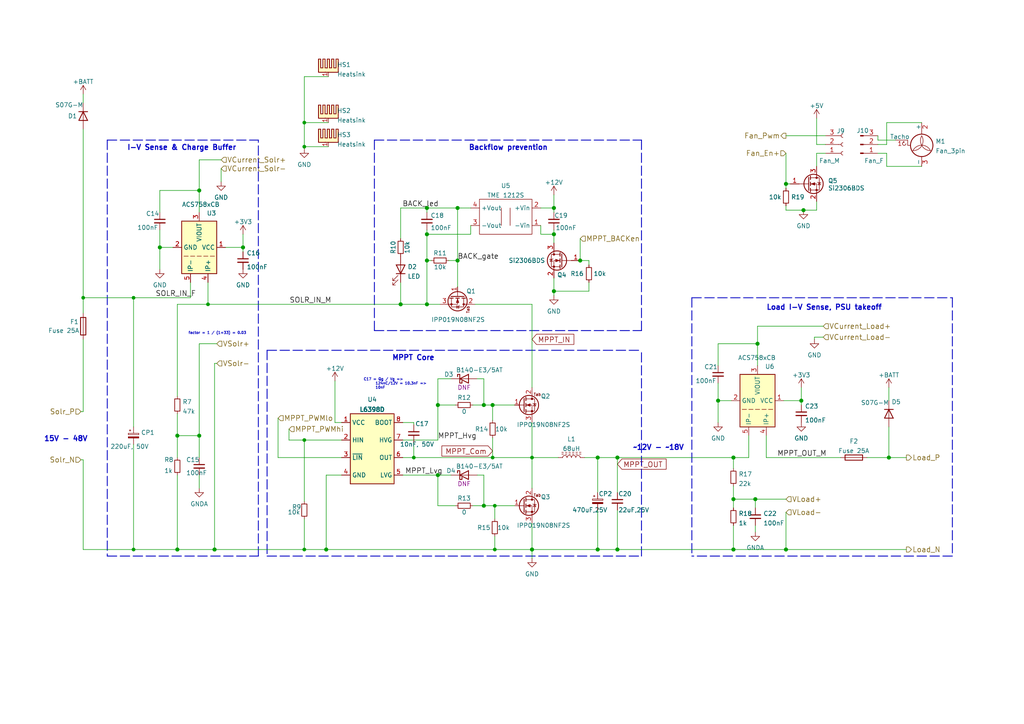
<source format=kicad_sch>
(kicad_sch (version 20211123) (generator eeschema)
  (paper "A4")
  (title_block (title "SolarPump v3") (date "2021-11-15") (rev "1.0") (company "IvimeyCom"))
  (lib_symbols
    (symbol "Connector:Conn_01x03_Female" (pin_names (offset 1.016) hide)
      (property "Reference" "J" (at 0 5.08 0))
      (property "Value" "Conn_01x03_Female" (at 0 -5.08 0))
      (symbol "Conn_01x03_Female_1_1"
        (pin passive line (at -5.08 2.54 0) (length 3.81) (name "Pin_1") (number "1"))
        (pin passive line (at -5.08 0 0) (length 3.81) (name "Pin_2") (number "2"))
        (pin passive line (at -5.08 -2.54 0) (length 3.81) (name "Pin_3") (number "3"))
      )
    )
    (symbol "Connector:Conn_01x03_Male" (pin_names (offset 1.016) hide)
      (property "Reference" "J" (at 0 5.08 0))
      (property "Value" "Conn_01x03_Male" (at 0 -5.08 0))
      (symbol "Conn_01x03_Male_1_1"
        (pin passive line (at 5.08 2.54 180) (length 3.81) (name "Pin_1") (number "1"))
        (pin passive line (at 5.08 0 180) (length 3.81) (name "Pin_2") (number "2"))
        (pin passive line (at 5.08 -2.54 180) (length 3.81) (name "Pin_3") (number "3"))
      )
    )
    (symbol "Device:C_Polarized_Small" (pin_numbers hide) (pin_names (offset 0.254) hide)
      (property "Reference" "C" (at 0.254 1.778 0))
      (property "Value" "C_Polarized_Small" (at 0.254 -2.032 0))
      (symbol "C_Polarized_Small_1_1"
        (pin passive line (at 0 2.54 270) (length 1.8542) (name "~") (number "1"))
        (pin passive line (at 0 -2.54 90) (length 1.8542) (name "~") (number "2"))
      )
    )
    (symbol "Device:C_Small" (pin_numbers hide) (pin_names (offset 0.254) hide)
      (property "Reference" "C" (at 0.254 1.778 0))
      (property "Value" "C_Small" (at 0.254 -2.032 0))
      (symbol "C_Small_1_1"
        (pin passive line (at 0 2.54 270) (length 2.032) (name "~") (number "1"))
        (pin passive line (at 0 -2.54 90) (length 2.032) (name "~") (number "2"))
      )
    )
    (symbol "Device:D_Schottky" (pin_numbers hide) (pin_names (offset 1.016) hide)
      (property "Reference" "D" (at 0 2.54 0))
      (property "Value" "D_Schottky" (at 0 -2.54 0))
      (symbol "D_Schottky_1_1"
        (pin passive line (at -3.81 0 0) (length 2.54) (name "K") (number "1"))
        (pin passive line (at 3.81 0 180) (length 2.54) (name "A") (number "2"))
      )
    )
    (symbol "Device:Fuse" (pin_numbers hide) (pin_names (offset 0))
      (property "Reference" "F" (at 2.032 0 90))
      (property "Value" "Fuse" (at -1.905 0 90))
      (symbol "Fuse_1_1"
        (pin passive line (at 0 3.81 270) (length 1.27) (name "~") (number "1"))
        (pin passive line (at 0 -3.81 90) (length 1.27) (name "~") (number "2"))
      )
    )
    (symbol "Device:LED" (pin_numbers hide) (pin_names (offset 1.016) hide)
      (property "Reference" "D" (at 0 2.54 0))
      (property "Value" "LED" (at 0 -2.54 0))
      (symbol "LED_1_1"
        (pin passive line (at -3.81 0 0) (length 2.54) (name "K") (number "1"))
        (pin passive line (at 3.81 0 180) (length 2.54) (name "A") (number "2"))
      )
    )
    (symbol "Device:L_Ferrite" (pin_numbers hide) (pin_names (offset 1.016) hide)
      (property "Reference" "L" (at -1.27 0 90))
      (property "Value" "L_Ferrite" (at 2.794 0 90))
      (symbol "L_Ferrite_1_1"
        (pin passive line (at 0 3.81 270) (length 1.27) (name "1") (number "1"))
        (pin passive line (at 0 -3.81 90) (length 1.27) (name "2") (number "2"))
      )
    )
    (symbol "Device:R_Small" (pin_numbers hide) (pin_names (offset 0.254) hide)
      (property "Reference" "R" (at 0.762 0.508 0))
      (property "Value" "R_Small" (at 0.762 -1.016 0))
      (symbol "R_Small_1_1"
        (pin passive line (at 0 2.54 270) (length 0.762) (name "~") (number "1"))
        (pin passive line (at 0 -2.54 90) (length 0.762) (name "~") (number "2"))
      )
    )
    (symbol "Diode:1N4007" (pin_numbers hide) (pin_names (offset 1.016) hide)
      (property "Reference" "D" (at 0 2.54 0))
      (property "Value" "1N4007" (at 0 -2.54 0))
      (symbol "1N4007_1_1"
        (pin passive line (at -3.81 0 0) (length 2.54) (name "K") (number "1"))
        (pin passive line (at 3.81 0 180) (length 2.54) (name "A") (number "2"))
      )
    )
    (symbol "IPP019N08NF2S_1" (pin_names hide)
      (property "Reference" "Q" (at 5.08 2.54 0))
      (property "Value" "IPP019N08NF2S_1" (at 5.08 0 0))
      (symbol "IPP019N08NF2S_1_0_0"
        (text "Tab" (at 4.064 3.048 0) (effects (font (size 0.8 0.8))))
      )
      (symbol "IPP019N08NF2S_1_1_1"
        (pin input line (at -2.54 0 0) (length 1.27) (name "G") (number "1"))
        (pin passive line (at 2.54 5.08 270) (length 2.54) (name "D") (number "2"))
        (pin passive line (at 2.54 -5.08 90) (length 2.54) (name "S") (number "3"))
      )
    )
    (symbol "IPP019N08NF2S_2" (pin_names hide)
      (property "Reference" "Q" (at 5.08 2.54 0))
      (property "Value" "IPP019N08NF2S_2" (at 5.08 0 0))
      (symbol "IPP019N08NF2S_2_0_0"
        (text "Tab" (at 4.064 3.048 0) (effects (font (size 0.8 0.8))))
      )
      (symbol "IPP019N08NF2S_2_1_1"
        (pin input line (at -2.54 0 0) (length 1.27) (name "G") (number "1"))
        (pin passive line (at 2.54 5.08 270) (length 2.54) (name "D") (number "2"))
        (pin passive line (at 2.54 -5.08 90) (length 2.54) (name "S") (number "3"))
      )
    )
    (symbol "Mechanical:Heatsink_Pad" (pin_names (offset 0))
      (property "Reference" "HS" (at 0 5.715 0))
      (property "Value" "Heatsink_Pad" (at 0 3.81 0))
      (symbol "Heatsink_Pad_1_1"
        (pin passive line (at 0 -2.54 90) (length 1.27) (name "~") (number "1"))
      )
    )
    (symbol "Motor:Fan_3pin" (pin_names (offset 0))
      (property "Reference" "M" (at 2.54 2.54 0))
      (property "Value" "Fan_3pin" (at 2.54 -5.08 0))
      (symbol "Fan_3pin_1_1"
        (pin passive line (at -7.62 0 0) (length 2.54) (name "Tacho") (number "1"))
        (pin passive line (at 0 5.08 270) (length 2.54) (name "+") (number "2"))
        (pin passive line (at 0 -7.62 90) (length 2.54) (name "-") (number "3"))
      )
    )
    (symbol "Sensor_Current:ACS758xCB-050B-PFF"
      (property "Reference" "U" (at -7.62 6.35 0))
      (property "Value" "ACS758xCB-050B-PFF" (at 2.54 6.35 0))
      (symbol "ACS758xCB-050B-PFF_1_1"
        (pin power_in line (at 0 7.62 270) (length 2.54) (name "VCC") (number "1"))
        (pin power_in line (at 0 -7.62 90) (length 2.54) (name "GND") (number "2"))
        (pin output line (at 10.16 0 180) (length 2.54) (name "VIOUT") (number "3"))
        (pin passive line (at -10.16 2.54 0) (length 2.54) (name "IP+") (number "4"))
        (pin passive line (at -10.16 -2.54 0) (length 2.54) (name "IP-") (number "5"))
      )
    )
    (symbol "power:+12V" (power) (pin_names (offset 0))
      (property "Value" "+12V" (at 0 3.556 0))
      (symbol "+12V_1_1"
        (pin power_in line (at 0 0 90) (length 0) hide (name "+12V") (number "1"))
      )
    )
    (symbol "power:+3V3" (power) (pin_names (offset 0))
      (property "Value" "+3V3" (at 0 3.556 0))
      (symbol "+3V3_1_1"
        (pin power_in line (at 0 0 90) (length 0) hide (name "+3V3") (number "1"))
      )
    )
    (symbol "power:+5V" (power) (pin_names (offset 0))
      (property "Value" "+5V" (at 0 3.556 0))
      (symbol "+5V_1_1"
        (pin power_in line (at 0 0 90) (length 0) hide (name "+5V") (number "1"))
      )
    )
    (symbol "power:+BATT" (power) (pin_names (offset 0))
      (property "Value" "+BATT" (at 0 3.556 0))
      (symbol "+BATT_1_1"
        (pin power_in line (at 0 0 90) (length 0) hide (name "+BATT") (number "1"))
      )
    )
    (symbol "power:GND" (power) (pin_names (offset 0))
      (property "Value" "GND" (at 0 -3.81 0))
      (symbol "GND_1_1"
        (pin power_in line (at 0 0 270) (length 0) hide (name "GND") (number "1"))
      )
    )
    (symbol "power:GNDA" (power) (pin_names (offset 0))
      (property "Value" "GNDA" (at 0 -3.81 0))
      (symbol "GNDA_1_1"
        (pin power_in line (at 0 0 270) (length 0) hide (name "GNDA") (number "1"))
      )
    )
    (symbol "solarpump:ITB1212S"
      (property "Reference" "U5" (at 0 8.9958 0))
      (property "Value" "TME 1212S" (at 0 6.2207 0))
      (symbol "ITB1212S_1_1"
        (pin input line (at -10.16 -2.54 0) (length 2.54) (name "-Vin") (number "1"))
        (pin input line (at -10.16 2.54 0) (length 2.54) (name "+Vin") (number "2"))
        (pin input line (at 10.16 -2.54 180) (length 2.54) (name "-Vout") (number "3"))
        (pin input line (at 10.16 2.54 180) (length 2.54) (name "+Vout") (number "4"))
      )
    )
    (symbol "solarpump:L6398D"
      (property "Reference" "U" (at 3.81 11.43 0))
      (property "Value" "L6398D" (at -2.54 11.43 0))
      (symbol "L6398D_1_1"
        (pin power_in line (at -8.89 7.62 0) (length 2.54) (name "VCC") (number "1"))
        (pin input line (at -8.89 2.54 0) (length 2.54) (name "HIN") (number "2"))
        (pin input line (at -8.89 -2.54 0) (length 2.54) (name "~{LIN}") (number "3"))
        (pin power_in line (at -8.89 -7.62 0) (length 2.54) (name "GND") (number "4"))
        (pin output line (at 8.89 -7.62 180) (length 2.54) (name "LVG") (number "5"))
        (pin passive line (at 8.89 -2.54 180) (length 2.54) (name "OUT") (number "6"))
        (pin output line (at 8.89 2.54 180) (length 2.54) (name "HVG") (number "7"))
        (pin passive line (at 8.89 7.62 180) (length 2.54) (name "BOOT") (number "8"))
      )
    )
    (symbol "solarpump:Si2306BDS" (pin_names hide)
      (property "Reference" "Q" (at 5.08 1.905 0))
      (property "Value" "Si2306BDS" (at 5.08 0 0))
      (symbol "Si2306BDS_1_1"
        (pin input line (at -5.08 0 0) (length 2.54) (name "G") (number "1"))
        (pin passive line (at 2.54 -5.08 90) (length 2.54) (name "S") (number "2"))
        (pin passive line (at 2.54 5.08 270) (length 2.54) (name "D") (number "3"))
      )
    )
  )
  (junction (at 232.41 116.205) (diameter 1.016))
  (junction (at 140.335 146.685) (diameter 1.016))
  (junction (at 257.81 132.715) (diameter 1.016))
  (junction (at 123.825 75.565) (diameter 1.016))
  (junction (at 38.735 86.36))
  (junction (at 88.265 42.545))
  (junction (at 212.725 132.715) (diameter 1.016))
  (junction (at 123.825 67.945) (diameter 1.016))
  (junction (at 173.355 132.715) (diameter 1.016))
  (junction (at 173.355 159.385) (diameter 1.016))
  (junction (at 127 117.475) (diameter 1.016))
  (junction (at 132.715 75.565) (diameter 1.016))
  (junction (at 140.335 117.475) (diameter 1.016))
  (junction (at 219.71 99.695) (diameter 1.016))
  (junction (at 219.075 144.78) (diameter 1.016))
  (junction (at 154.305 132.715))
  (junction (at 57.785 126.365) (diameter 1.016))
  (junction (at 127 137.795) (diameter 1.016))
  (junction (at 94.615 159.385) (diameter 1.016))
  (junction (at 142.875 117.475) (diameter 1.016))
  (junction (at 38.735 159.385))
  (junction (at 70.485 71.755) (diameter 1.016))
  (junction (at 208.28 116.205) (diameter 1.016))
  (junction (at 123.825 88.265) (diameter 1.016))
  (junction (at 179.07 159.385) (diameter 1.016))
  (junction (at 227.965 159.385) (diameter 1.016))
  (junction (at 142.875 132.715))
  (junction (at 57.785 55.245) (diameter 1.016))
  (junction (at 120.015 132.715))
  (junction (at 123.825 60.325) (diameter 1.016))
  (junction (at 160.655 84.455) (diameter 1.016))
  (junction (at 88.265 35.56))
  (junction (at 24.13 86.36))
  (junction (at 160.655 67.945) (diameter 1.016))
  (junction (at 212.725 159.385) (diameter 1.016))
  (junction (at 212.725 144.78) (diameter 1.016))
  (junction (at 154.305 159.385) (diameter 1.016))
  (junction (at 143.51 146.685))
  (junction (at 160.655 60.325) (diameter 1.016))
  (junction (at 143.51 159.385))
  (junction (at 227.965 53.34) (diameter 1.016))
  (junction (at 51.435 126.365) (diameter 1.016))
  (junction (at 46.355 71.755) (diameter 1.016))
  (junction (at 179.07 132.715) (diameter 1.016))
  (junction (at 88.265 127.635))
  (junction (at 62.23 159.385) (diameter 1.016))
  (junction (at 51.435 159.385) (diameter 1.016))
  (junction (at 88.265 159.385))
  (junction (at 60.325 88.265))
  (junction (at 116.205 88.265) (diameter 1.016))
  (junction (at 132.715 60.325) (diameter 1.016))
  (junction (at 233.045 60.96) (diameter 1.016))
  (junction (at 168.275 75.565) (diameter 1.016))
  (wire (pts (xy 140.335 109.855) (xy 140.335 117.475)))
  (wire (pts (xy 154.305 161.925) (xy 154.305 159.385)))
  (wire (pts (xy 24.13 86.36) (xy 38.735 86.36)))
  (wire (pts (xy 154.305 159.385) (xy 173.355 159.385)))
  (wire (pts (xy 160.655 61.595) (xy 160.655 60.325)))
  (wire (pts (xy 154.305 132.715) (xy 161.925 132.715)))
  (wire (pts (xy 123.825 66.675) (xy 123.825 67.945)))
  (wire (pts (xy 160.655 56.515) (xy 160.655 60.325)))
  (wire (pts (xy 154.305 88.265) (xy 154.305 112.395)))
  (wire (pts (xy 236.855 44.45) (xy 236.855 48.26)))
  (wire (pts (xy 24.13 133.35) (xy 24.13 159.385)))
  (wire (pts (xy 24.13 159.385) (xy 38.735 159.385)))
  (wire (pts (xy 23.495 133.35) (xy 24.13 133.35)))
  (wire (pts (xy 236.22 97.79) (xy 238.76 97.79)))
  (polyline (pts (xy 31.115 40.64) (xy 74.93 40.64)) (stroke (width 0.25) (type dash)))
  (wire (pts (xy 160.655 67.945) (xy 160.655 66.675)))
  (polyline (pts (xy 31.115 161.29) (xy 74.93 161.29)) (stroke (width 0.25) (type dash)))
  (wire (pts (xy 257.175 35.56) (xy 267.335 35.56)))
  (wire (pts (xy 257.175 48.26) (xy 267.335 48.26)))
  (wire (pts (xy 140.335 146.685) (xy 143.51 146.685)))
  (wire (pts (xy 219.71 99.695) (xy 219.71 94.615)))
  (wire (pts (xy 88.265 127.635) (xy 99.06 127.635)))
  (wire (pts (xy 254.635 40.64) (xy 259.715 40.64)))
  (wire (pts (xy 64.135 48.895) (xy 64.135 52.705)))
  (wire (pts (xy 156.845 67.945) (xy 160.655 67.945)))
  (wire (pts (xy 156.845 67.945) (xy 156.845 65.405)))
  (wire (pts (xy 170.815 84.455) (xy 170.815 81.915)))
  (wire (pts (xy 212.725 159.385) (xy 227.965 159.385)))
  (wire (pts (xy 227.965 159.385) (xy 262.89 159.385)))
  (wire (pts (xy 156.845 60.325) (xy 160.655 60.325)))
  (wire (pts (xy 88.265 35.56) (xy 95.25 35.56)))
  (wire (pts (xy 227.965 53.34) (xy 229.235 53.34)))
  (wire (pts (xy 88.265 127.635) (xy 83.82 127.635)))
  (wire (pts (xy 123.825 67.945) (xy 136.525 67.945)))
  (wire (pts (xy 51.435 88.265) (xy 60.325 88.265)))
  (wire (pts (xy 212.725 132.715) (xy 212.725 135.89)))
  (wire (pts (xy 123.825 75.565) (xy 123.825 88.265)))
  (wire (pts (xy 208.28 116.205) (xy 212.09 116.205)))
  (wire (pts (xy 219.075 152.4) (xy 219.075 154.305)))
  (wire (pts (xy 132.715 60.325) (xy 132.715 75.565)))
  (wire (pts (xy 116.84 127.635) (xy 127 127.635)))
  (wire (pts (xy 127 117.475) (xy 127 127.635)))
  (wire (pts (xy 254.635 41.91) (xy 257.175 41.91)))
  (wire (pts (xy 70.485 67.945) (xy 70.485 71.755)))
  (polyline (pts (xy 77.47 101.6) (xy 77.47 161.29)) (stroke (width 0.25) (type dash)))
  (wire (pts (xy 123.825 75.565) (xy 125.095 75.565)))
  (wire (pts (xy 57.785 55.245) (xy 57.785 61.595)))
  (wire (pts (xy 116.205 60.325) (xy 116.205 69.215)))
  (wire (pts (xy 169.545 132.715) (xy 173.355 132.715)))
  (wire (pts (xy 236.22 98.425) (xy 236.22 97.79)))
  (wire (pts (xy 88.265 159.385) (xy 94.615 159.385)))
  (wire (pts (xy 51.435 137.795) (xy 51.435 159.385)))
  (wire (pts (xy 51.435 159.385) (xy 62.23 159.385)))
  (wire (pts (xy 94.615 137.795) (xy 99.06 137.795)))
  (wire (pts (xy 60.325 88.265) (xy 116.205 88.265)))
  (wire (pts (xy 132.08 146.685) (xy 127 146.685)))
  (wire (pts (xy 127 137.795) (xy 127 146.685)))
  (wire (pts (xy 46.355 61.595) (xy 46.355 55.245)))
  (wire (pts (xy 222.25 132.715) (xy 243.84 132.715)))
  (wire (pts (xy 222.25 126.365) (xy 222.25 132.715)))
  (wire (pts (xy 179.07 132.715) (xy 179.07 142.875)))
  (wire (pts (xy 80.645 121.285) (xy 80.645 132.715)))
  (wire (pts (xy 143.51 155.575) (xy 143.51 159.385)))
  (wire (pts (xy 257.81 132.715) (xy 262.89 132.715)))
  (wire (pts (xy 142.875 117.475) (xy 149.225 117.475)))
  (wire (pts (xy 60.325 81.915) (xy 60.325 88.265)))
  (wire (pts (xy 236.855 60.96) (xy 233.045 60.96)))
  (wire (pts (xy 160.655 84.455) (xy 170.815 84.455)))
  (wire (pts (xy 143.51 146.685) (xy 143.51 150.495)))
  (wire (pts (xy 132.08 117.475) (xy 127 117.475)))
  (wire (pts (xy 120.015 128.27) (xy 120.015 132.715)))
  (wire (pts (xy 132.715 60.325) (xy 136.525 60.325)))
  (wire (pts (xy 123.825 60.325) (xy 132.715 60.325)))
  (wire (pts (xy 227.965 44.45) (xy 227.965 53.34)))
  (polyline (pts (xy 108.585 95.885) (xy 186.055 95.885)) (stroke (width 0.25) (type dash)))
  (polyline (pts (xy 108.585 40.64) (xy 186.055 40.64)) (stroke (width 0.25) (type dash)))
  (polyline (pts (xy 108.585 40.64) (xy 108.585 95.885)) (stroke (width 0.25) (type dash)))
  (polyline (pts (xy 186.055 95.885) (xy 186.055 40.64)) (stroke (width 0.25) (type dash)))
  (wire (pts (xy 83.82 124.46) (xy 83.82 127.635)))
  (wire (pts (xy 179.07 159.385) (xy 212.725 159.385)))
  (wire (pts (xy 142.875 127) (xy 142.875 132.715)))
  (wire (pts (xy 123.825 67.945) (xy 123.825 75.565)))
  (wire (pts (xy 257.175 44.45) (xy 257.175 48.26)))
  (wire (pts (xy 57.785 46.355) (xy 64.135 46.355)))
  (wire (pts (xy 127 109.855) (xy 130.81 109.855)))
  (wire (pts (xy 57.785 137.795) (xy 57.785 141.605)))
  (wire (pts (xy 227.965 148.59) (xy 227.965 159.385)))
  (wire (pts (xy 24.13 29.845) (xy 24.13 27.305)))
  (wire (pts (xy 212.725 152.4) (xy 212.725 159.385)))
  (wire (pts (xy 116.205 81.915) (xy 116.205 88.265)))
  (wire (pts (xy 97.155 110.49) (xy 97.155 122.555)))
  (wire (pts (xy 97.155 122.555) (xy 99.06 122.555)))
  (wire (pts (xy 154.305 132.715) (xy 154.305 141.605)))
  (polyline (pts (xy 31.115 40.64) (xy 31.115 161.29)) (stroke (width 0.25) (type dash)))
  (wire (pts (xy 179.07 132.715) (xy 212.725 132.715)))
  (wire (pts (xy 208.28 106.045) (xy 208.28 99.695)))
  (wire (pts (xy 51.435 126.365) (xy 51.435 132.715)))
  (wire (pts (xy 51.435 120.015) (xy 51.435 126.365)))
  (wire (pts (xy 88.265 150.495) (xy 88.265 159.385)))
  (wire (pts (xy 173.355 132.715) (xy 173.355 142.875)))
  (polyline (pts (xy 186.055 161.29) (xy 186.055 101.6)) (stroke (width 0.25) (type dash)))
  (wire (pts (xy 65.405 71.755) (xy 70.485 71.755)))
  (wire (pts (xy 38.735 159.385) (xy 51.435 159.385)))
  (wire (pts (xy 57.785 126.365) (xy 51.435 126.365)))
  (wire (pts (xy 57.785 132.715) (xy 57.785 126.365)))
  (wire (pts (xy 168.275 75.565) (xy 168.275 69.215)))
  (wire (pts (xy 254.635 44.45) (xy 257.175 44.45)))
  (wire (pts (xy 24.13 98.425) (xy 24.13 119.38)))
  (wire (pts (xy 24.13 119.38) (xy 23.495 119.38)))
  (wire (pts (xy 80.645 132.715) (xy 99.06 132.715)))
  (wire (pts (xy 120.015 122.555) (xy 120.015 123.19)))
  (wire (pts (xy 123.825 60.325) (xy 123.825 61.595)))
  (wire (pts (xy 173.355 159.385) (xy 179.07 159.385)))
  (wire (pts (xy 46.355 66.675) (xy 46.355 71.755)))
  (wire (pts (xy 136.525 67.945) (xy 136.525 65.405)))
  (wire (pts (xy 236.855 58.42) (xy 236.855 60.96)))
  (polyline (pts (xy 77.47 101.6) (xy 186.055 101.6)) (stroke (width 0.25) (type dash)))
  (wire (pts (xy 143.51 159.385) (xy 154.305 159.385)))
  (wire (pts (xy 116.205 60.325) (xy 123.825 60.325)))
  (wire (pts (xy 137.16 146.685) (xy 140.335 146.685)))
  (wire (pts (xy 127 109.855) (xy 127 117.475)))
  (wire (pts (xy 212.725 144.78) (xy 212.725 147.32)))
  (wire (pts (xy 227.965 39.37) (xy 239.395 39.37)))
  (wire (pts (xy 160.655 84.455) (xy 160.655 85.725)))
  (wire (pts (xy 212.725 144.78) (xy 219.075 144.78)))
  (wire (pts (xy 212.725 132.715) (xy 217.17 132.715)))
  (wire (pts (xy 217.17 132.715) (xy 217.17 126.365)))
  (wire (pts (xy 173.355 132.715) (xy 179.07 132.715)))
  (wire (pts (xy 143.51 146.685) (xy 149.225 146.685)))
  (wire (pts (xy 46.355 71.755) (xy 46.355 78.105)))
  (wire (pts (xy 116.205 88.265) (xy 123.825 88.265)))
  (wire (pts (xy 123.825 88.265) (xy 127.635 88.265)))
  (wire (pts (xy 57.785 126.365) (xy 57.785 99.695)))
  (wire (pts (xy 57.785 99.695) (xy 62.865 99.695)))
  (wire (pts (xy 208.28 111.125) (xy 208.28 116.205)))
  (wire (pts (xy 142.875 117.475) (xy 142.875 121.92)))
  (wire (pts (xy 142.875 132.715) (xy 120.015 132.715)))
  (wire (pts (xy 154.305 122.555) (xy 154.305 132.715)))
  (wire (pts (xy 154.305 132.715) (xy 142.875 132.715)))
  (wire (pts (xy 257.175 41.91) (xy 257.175 35.56)))
  (wire (pts (xy 57.785 46.355) (xy 57.785 55.245)))
  (polyline (pts (xy 74.93 161.29) (xy 74.93 40.64)) (stroke (width 0.25) (type dash)))
  (wire (pts (xy 140.335 117.475) (xy 142.875 117.475)))
  (wire (pts (xy 233.045 60.96) (xy 227.965 60.96)))
  (wire (pts (xy 116.84 122.555) (xy 120.015 122.555)))
  (wire (pts (xy 208.28 116.205) (xy 208.28 122.555)))
  (wire (pts (xy 62.23 159.385) (xy 88.265 159.385)))
  (wire (pts (xy 179.07 147.955) (xy 179.07 159.385)))
  (wire (pts (xy 219.71 99.695) (xy 219.71 106.045)))
  (wire (pts (xy 212.725 140.97) (xy 212.725 144.78)))
  (wire (pts (xy 140.335 109.855) (xy 138.43 109.855)))
  (wire (pts (xy 257.81 132.715) (xy 251.46 132.715)))
  (wire (pts (xy 70.485 73.025) (xy 70.485 71.755)))
  (wire (pts (xy 208.28 99.695) (xy 219.71 99.695)))
  (wire (pts (xy 137.16 117.475) (xy 140.335 117.475)))
  (wire (pts (xy 236.855 44.45) (xy 239.395 44.45)))
  (wire (pts (xy 55.245 86.36) (xy 55.245 81.915)))
  (wire (pts (xy 51.435 88.265) (xy 51.435 114.935)))
  (polyline (pts (xy 200.66 86.36) (xy 200.66 161.29)) (stroke (width 0.25) (type dash)))
  (polyline (pts (xy 276.225 86.36) (xy 276.225 161.29)) (stroke (width 0.25) (type dash)))
  (polyline (pts (xy 276.225 161.29) (xy 200.66 161.29)) (stroke (width 0.25) (type dash)))
  (polyline (pts (xy 200.66 86.36) (xy 276.225 86.36)) (stroke (width 0.25) (type dash)))
  (wire (pts (xy 38.735 128.905) (xy 38.735 159.385)))
  (wire (pts (xy 232.41 117.475) (xy 232.41 116.205)))
  (wire (pts (xy 132.715 75.565) (xy 132.715 83.185)))
  (wire (pts (xy 94.615 137.795) (xy 94.615 159.385)))
  (wire (pts (xy 227.965 60.96) (xy 227.965 59.69)))
  (wire (pts (xy 38.735 86.36) (xy 55.245 86.36)))
  (wire (pts (xy 88.265 42.545) (xy 95.25 42.545)))
  (wire (pts (xy 219.075 144.78) (xy 227.965 144.78)))
  (wire (pts (xy 38.735 86.36) (xy 38.735 123.825)))
  (wire (pts (xy 88.265 127.635) (xy 88.265 145.415)))
  (wire (pts (xy 254.635 39.37) (xy 254.635 40.64)))
  (wire (pts (xy 236.855 34.29) (xy 236.855 41.91)))
  (wire (pts (xy 257.81 116.205) (xy 257.81 112.395)))
  (wire (pts (xy 257.81 123.825) (xy 257.81 132.715)))
  (wire (pts (xy 170.815 75.565) (xy 170.815 76.835)))
  (wire (pts (xy 168.275 75.565) (xy 170.815 75.565)))
  (wire (pts (xy 160.655 80.645) (xy 160.655 84.455)))
  (wire (pts (xy 232.41 112.395) (xy 232.41 116.205)))
  (wire (pts (xy 236.855 41.91) (xy 239.395 41.91)))
  (wire (pts (xy 94.615 159.385) (xy 143.51 159.385)))
  (wire (pts (xy 227.33 116.205) (xy 232.41 116.205)))
  (wire (pts (xy 88.265 42.545) (xy 88.265 43.18)))
  (wire (pts (xy 95.25 22.225) (xy 88.265 22.225)))
  (wire (pts (xy 88.265 22.225) (xy 88.265 35.56)))
  (wire (pts (xy 88.265 35.56) (xy 88.265 42.545)))
  (wire (pts (xy 227.965 53.34) (xy 227.965 54.61)))
  (wire (pts (xy 120.015 132.715) (xy 116.84 132.715)))
  (wire (pts (xy 127 137.795) (xy 130.81 137.795)))
  (wire (pts (xy 116.84 137.795) (xy 127 137.795)))
  (wire (pts (xy 140.335 137.795) (xy 140.335 146.685)))
  (wire (pts (xy 138.43 137.795) (xy 140.335 137.795)))
  (wire (pts (xy 46.355 55.245) (xy 57.785 55.245)))
  (wire (pts (xy 24.13 86.36) (xy 24.13 90.805)))
  (wire (pts (xy 24.13 37.465) (xy 24.13 86.36)))
  (wire (pts (xy 219.075 144.78) (xy 219.075 147.32)))
  (wire (pts (xy 46.355 71.755) (xy 50.165 71.755)))
  (wire (pts (xy 160.655 67.945) (xy 160.655 70.485)))
  (wire (pts (xy 130.175 75.565) (xy 132.715 75.565)))
  (wire (pts (xy 154.305 151.765) (xy 154.305 159.385)))
  (wire (pts (xy 173.355 147.955) (xy 173.355 159.385)))
  (wire (pts (xy 219.71 94.615) (xy 238.76 94.615)))
  (polyline (pts (xy 77.47 161.29) (xy 186.055 161.29)) (stroke (width 0.25) (type dash)))
  (wire (pts (xy 137.795 88.265) (xy 154.305 88.265)))
  (wire (pts (xy 62.865 105.41) (xy 62.23 105.41)))
  (wire (pts (xy 62.23 105.41) (xy 62.23 159.385)))
  (text "C17 = Qg / Vg =>\n      124nC/12V = 10.3nF =>\n      10nF" (at 105.41 113.03 0) (effects (font (size 0.75 0.75)) (justify left bottom)))
  (text "I-V Sense & Charge Buffer" (at 36.83 43.815 0) (effects (font (size 1.4986 1.4986) (thickness 0.2997) bold) (justify left bottom)))
  (text "~12V - ~18V" (at 183.515 130.81 0) (effects (font (size 1.4986 1.4986) (thickness 0.2997) bold) (justify left bottom)))
  (text "factor = 1 / (1+33) = 0.03" (at 54.61 97.155 0) (effects (font (size 0.75 0.75)) (justify left bottom)))
  (text "MPPT Core" (at 113.665 104.775 0) (effects (font (size 1.4986 1.4986) (thickness 0.2997) bold) (justify left bottom)))
  (text "Backflow prevention" (at 135.89 43.815 0) (effects (font (size 1.4986 1.4986) (thickness 0.2997) bold) (justify left bottom)))
  (text "Load I-V Sense, PSU takeoff" (at 222.25 90.17 0) (effects (font (size 1.4986 1.4986) (thickness 0.2997) bold) (justify left bottom)))
  (text "15V - 48V" (at 12.7 128.27 0) (effects (font (size 1.4986 1.4986) (thickness 0.2997) bold) (justify left bottom)))
  (label "MPPT_OUT_M" (at 225.425 132.715 0) (effects (font (size 1.4986 1.4986))))
  (label "BACK_led" (at 116.713 60.325 0) (effects (font (size 1.4986 1.4986))))
  (label "MPPT_Hvg" (at 127 127.635 0) (effects (font (size 1.4986 1.4986))))
  (label "MPPT_Lvg" (at 117.475 137.795 0) (effects (font (size 1.4986 1.4986))))
  (label "SOLR_IN_F" (at 45.085 86.36 0) (effects (font (size 1.4986 1.4986))))
  (label "BACK_gate" (at 132.715 75.565 0) (effects (font (size 1.4986 1.4986))))
  (label "SOLR_IN_M" (at 83.947 88.265 0) (effects (font (size 1.4986 1.4986))))
  (global_label "MPPT_Com" (shape input) (at 142.875 130.81 180) (effects (font (size 1.4986 1.4986))) (property "Intersheet References" "${INTERSHEET_REFS}" (effects hide)))
  (global_label "MPPT_IN" (shape input) (at 154.305 98.425 0) (effects (font (size 1.4986 1.4986))) (property "Intersheet References" "${INTERSHEET_REFS}" (effects hide)))
  (global_label "MPPT_OUT" (shape input) (at 179.07 134.62 0) (effects (font (size 1.4986 1.4986))) (property "Intersheet References" "${INTERSHEET_REFS}" (effects hide)))
  (hierarchical_label "MPPT_PWMlo" (shape input) (at 80.645 121.285 0) (effects (font (size 1.4986 1.4986))))
  (hierarchical_label "Fan_Pwm" (shape output) (at 227.965 39.37 180) (effects (font (size 1.4986 1.4986))))
  (hierarchical_label "VSolr+" (shape input) (at 62.865 99.695 0) (effects (font (size 1.4986 1.4986))))
  (hierarchical_label "VCurrent_Load-" (shape input) (at 238.76 97.79 0) (effects (font (size 1.4986 1.4986))))
  (hierarchical_label "MPPT_BACKen" (shape input) (at 168.275 69.215 0) (effects (font (size 1.4986 1.4986))))
  (hierarchical_label "VCurrent_Load+" (shape input) (at 238.76 94.615 0) (effects (font (size 1.4986 1.4986))))
  (hierarchical_label "Fan_En+" (shape input) (at 227.965 44.45 180) (effects (font (size 1.4986 1.4986))))
  (hierarchical_label "VLoad+" (shape input) (at 227.965 144.78 0) (effects (font (size 1.4986 1.4986))))
  (hierarchical_label "VSolr-" (shape input) (at 62.865 105.41 0) (effects (font (size 1.4986 1.4986))))
  (hierarchical_label "VLoad-" (shape input) (at 227.965 148.59 0) (effects (font (size 1.4986 1.4986))))
  (hierarchical_label "MPPT_PWMhi" (shape input) (at 83.82 124.46 0) (effects (font (size 1.4986 1.4986))))
  (hierarchical_label "Solr_N" (shape input) (at 23.495 133.35 180) (effects (font (size 1.4986 1.4986))))
  (hierarchical_label "VCurrent_Solr+" (shape input) (at 64.135 46.355 0) (effects (font (size 1.4986 1.4986))))
  (hierarchical_label "Load_N" (shape output) (at 262.89 159.385 0) (effects (font (size 1.4986 1.4986))))
  (hierarchical_label "Solr_P" (shape input) (at 23.495 119.38 180) (effects (font (size 1.4986 1.4986))))
  (hierarchical_label "VCurrent_Solr-" (shape input) (at 64.135 48.895 0) (effects (font (size 1.4986 1.4986))))
  (hierarchical_label "Load_P" (shape output) (at 262.89 132.715 0) (effects (font (size 1.4986 1.4986))))
  (symbol (lib_id "power:GND") (at 232.41 122.555 0) (unit 1)
    (property "Reference" "#PWR050" (effects hide))
    (property "Value" "GND" (at 232.41 127.1176 0))
  )
  (symbol (lib_id "Connector:Conn_01x03_Female") (at 244.475 41.91 0) (mirror x) (unit 1)
    (property "Reference" "J9" (at 242.6463 37.9925 0) (effects (justify left)))
    (property "Value" "Fan_M" (at 237.5663 46.6285 0) (effects (justify left)))
    (property "Footprint" "Connector:FanPinHeader_1x03_P2.54mm_Vertical" (effects hide))
    (property "Mfr" "Molex" (effects hide))
    (property "Mfr Part No" "171856-0003" (effects hide))
    (property "Supl" "Mouser" (effects hide))
    (property "Supl Part No" "538-171856-0003" (effects hide))
    (property "Supl Price" "0.26" (effects hide))
  )
  (symbol (lib_id "Device:C_Small") (at 179.07 145.415 0) (unit 1)
    (property "Reference" "C20" (at 179.3241 143.2365 0) (effects (justify left)))
    (property "Value" "22uF,25V" (at 179.3241 147.9166 0) (effects (justify left)))
    (property "Footprint" "Capacitor_SMD:C_1210_3225Metric_Pad1.33x2.70mm_HandSolder" (effects hide))
    (property "Mfr Part No" "CL32A226KAJNNNE" (effects hide))
    (property "Mfr" "Samsung" (effects hide))
    (property "Supl Part No" "187-CL32A226KAJNNNE" (effects hide))
    (property "Supl" "Mouser" (effects hide))
    (property "Supl Price" "0.411" (effects hide))
  )
  (symbol (lib_id "Device:C_Small") (at 160.655 64.135 180) (unit 1)
    (property "Reference" "C19" (at 164.6808 62.5035 0) (effects (justify left)))
    (property "Value" "100nF" (at 167.2208 66.0784 0) (effects (justify left)))
    (property "Footprint" "Capacitor_SMD:C_0805_2012Metric_Pad1.18x1.45mm_HandSolder" (effects hide))
    (property "Datasheet" "https://www.mouser.co.uk/datasheet/2/212/KEM_C1002_X7R_SMD-1102033.pdf" (effects hide))
    (property "Mfr" "KEMET" (effects hide))
    (property "Mfr Part No" "C0402C104K8R7411" (effects hide))
    (property "Supl" "Mouser" (effects hide))
    (property "Supl Part No" "80-C0402C104K8R7411" (effects hide))
    (property "Supl Price" "0.016" (effects hide))
  )
  (symbol (lib_id "Device:Fuse") (at 24.13 94.615 180) (unit 1)
    (property "Reference" "F1" (at 20.32 93.345 0) (effects (justify right)))
    (property "Value" "Fuse 25A" (at 13.97 95.885 0) (effects (justify right)))
    (property "Footprint" "Fuse:Fuseholder_Keystone_3555-2" (effects hide))
    (property "Datasheet" "https://www.mouser.co.uk/datasheet/2/215/555-2-741334.pdf" (effects hide))
    (property "Mfr" "Keystone" (effects hide))
    (property "Mfr Part No" "3555-2" (effects hide))
    (property "Supl" "Mouser" (effects hide))
    (property "Supl Part No" "534-3555-2" (effects hide))
    (property "Supl Price" "1.46" (effects hide))
  )
  (symbol (lib_id "Device:Fuse") (at 247.65 132.715 90) (unit 1)
    (property "Reference" "F2" (at 247.65 127.9864 90))
    (property "Value" "Fuse 25A" (at 247.65 130.7615 90))
    (property "Footprint" "Fuse:Fuseholder_Keystone_3555-2" (effects hide))
    (property "Datasheet" "https://www.mouser.co.uk/datasheet/2/215/555-2-741334.pdf" (effects hide))
    (property "Mfr" "Keystone" (effects hide))
    (property "Mfr Part No" "3555-2" (effects hide))
    (property "Supl" "Mouser" (effects hide))
    (property "Supl Part No" "534-3555-2" (effects hide))
    (property "Supl Price" "1.46" (effects hide))
  )
  (symbol (lib_id "Device:R_Small") (at 212.725 149.86 0) (unit 1)
    (property "Reference" "R18" (at 214.2237 148.9515 0) (effects (justify left)))
    (property "Value" "1k" (at 214.2237 151.7266 0) (effects (justify left)))
    (property "Footprint" "Resistor_SMD:R_0805_2012Metric_Pad1.20x1.40mm_HandSolder" (effects hide))
    (property "Mfr" "Yageo" (effects hide))
    (property "Mfr Part No" "RC0805FR-071KL" (effects hide))
    (property "Supl" "Mouser" (effects hide))
    (property "Supl Part No" "603-RC0805FR-071KL" (effects hide))
    (property "Supl Price" "0.077" (effects hide))
  )
  (symbol (lib_name "IPP019N08NF2S_1") (lib_id "solarpump:IPP019N08NF2S") (at 132.715 85.725 270) (unit 1)
    (property "Reference" "Q1" (at 135.255 84.455 90) (effects (justify left)))
    (property "Value" "IPP019N08NF2S" (at 125.095 92.71 90) (effects (justify left)))
    (property "Footprint" "solarpump:TO-220-3_StaggeredB_Vertical" (effects hide))
    (property "Datasheet" "https://www.mouser.co.uk/datasheet/2/196/Infineon_IPP019N08NF2S_DataSheet_v02_00_EN-2399848.pdf" (effects hide))
    (property "Mfr" "Infineon / IR" (effects hide))
    (property "Mfr Part No" "IPP019N08NF2S" (effects hide))
    (property "Supl" "Mouser" (effects hide))
    (property "Supl Part No" "942-IPP019N08NF2S" (effects hide))
    (property "Supl Price" "2.55" (effects hide))
  )
  (symbol (lib_id "Sensor_Current:ACS758xCB-050B-PFF") (at 219.71 116.205 270) (mirror x) (unit 1)
    (property "Reference" "U6" (at 221.8885 106.2989 90) (effects (justify left)))
    (property "Value" "ACS758xCB" (at 214.0334 103.7589 90) (effects (justify left)))
    (property "Footprint" "solarpump:Allegro_CB_PFF" (effects hide))
    (property "Datasheet" "http://www.allegromicro.com/~/media/Files/Datasheets/ACS758-Datasheet.ashx?la=en" (effects hide))
  )
  (symbol (lib_id "power:+3V3") (at 70.485 67.945 0) (unit 1)
    (property "Reference" "#PWR040" (effects hide))
    (property "Value" "+3V3" (at 70.485 64.3404 0))
  )
  (symbol (lib_id "Mechanical:Heatsink_Pad") (at 95.25 40.005 0) (unit 1)
    (property "Reference" "HS3" (at 97.79 39.0965 0) (effects (justify left)))
    (property "Value" "Heatsink" (at 97.79 41.8716 0) (effects (justify left)))
    (property "Footprint" "MountingHole:MountingHole_2.2mm_M2_Pad_Via" (effects hide))
  )
  (symbol (lib_id "Sensor_Current:ACS758xCB-050B-PFF") (at 57.785 71.755 270) (mirror x) (unit 1)
    (property "Reference" "U3" (at 59.9635 61.8489 90) (effects (justify left)))
    (property "Value" "ACS758xCB" (at 52.7434 59.3089 90) (effects (justify left)))
    (property "Footprint" "solarpump:Allegro_CB_PFF" (effects hide))
    (property "Datasheet" "http://www.allegromicro.com/~/media/Files/Datasheets/ACS758-Datasheet.ashx?la=en" (effects hide))
  )
  (symbol (lib_id "solarpump:L6398D") (at 107.95 130.175 0) (unit 1)
    (property "Reference" "U4" (at 107.95 115.8712 0))
    (property "Value" "L6398D" (at 107.95 118.7891 0) (effects (font bold)))
    (property "Footprint" "Package_SO:SOIC-8_3.9x4.9mm_P1.27mm" (effects hide))
    (property "Datasheet" "http://www.ti.com/lit/ds/symlink/lm5109.pdf" (effects hide))
    (property "Mfr" "STMicroelectronics" (effects hide))
    (property "Mfr Part No" "L6398D" (effects hide))
    (property "Supl" "Mouser" (effects hide))
    (property "Supl Part No" "511-L6398D" (effects hide))
    (property "Supl Price" "1.32" (effects hide))
  )
  (symbol (lib_id "Device:R_Small") (at 170.815 79.375 0) (unit 1)
    (property "Reference" "R16" (at 167.3818 79.375 0))
    (property "Value" "10k" (at 173.9669 79.375 0))
    (property "Footprint" "Resistor_SMD:R_0805_2012Metric_Pad1.20x1.40mm_HandSolder" (effects hide))
    (property "Mfr" "Yageo" (effects hide))
    (property "Mfr Part No" "AC0805FR-0710KL" (effects hide))
    (property "Supl" "Mouser" (effects hide))
    (property "Supl Part No" "603-AC0805FR-0710KL" (effects hide))
    (property "Supl Price" "0.077" (effects hide))
  )
  (symbol (lib_id "power:GND") (at 208.28 122.555 0) (unit 1)
    (property "Reference" "#PWR047" (effects hide))
    (property "Value" "GND" (at 208.28 127.1176 0))
  )
  (symbol (lib_id "Device:C_Small") (at 70.485 75.565 0) (unit 1)
    (property "Reference" "C16" (at 71.5392 73.3865 0) (effects (justify left)))
    (property "Value" "100nF" (at 71.5392 77.4316 0) (effects (justify left)))
    (property "Footprint" "Capacitor_SMD:C_0805_2012Metric_Pad1.18x1.45mm_HandSolder" (effects hide))
    (property "Datasheet" "https://www.mouser.co.uk/datasheet/2/212/KEM_C1002_X7R_SMD-1102033.pdf" (effects hide))
    (property "Mfr" "KEMET" (effects hide))
    (property "Mfr Part No" "C0402C104K8R7411" (effects hide))
    (property "Supl" "Mouser" (effects hide))
    (property "Supl Part No" "80-C0402C104K8R7411" (effects hide))
    (property "Supl Price" "0.016" (effects hide))
  )
  (symbol (lib_id "Device:R_Small") (at 116.205 71.755 0) (unit 1)
    (property "Reference" "R10" (at 114.0418 71.755 90))
    (property "Value" "10k" (at 118.0869 71.755 90))
    (property "Footprint" "Resistor_SMD:R_0805_2012Metric_Pad1.20x1.40mm_HandSolder" (effects hide))
    (property "Mfr" "Yageo" (effects hide))
    (property "Mfr Part No" "AC0805FR-0710KL" (effects hide))
    (property "Supl" "Mouser" (effects hide))
    (property "Supl Part No" "603-AC0805FR-0710KL" (effects hide))
    (property "Supl Price" "0.077" (effects hide))
  )
  (symbol (lib_id "Device:C_Small") (at 219.075 149.86 0) (unit 1)
    (property "Reference" "C22" (at 221.3992 148.9515 0) (effects (justify left)))
    (property "Value" "100nF" (at 221.3992 151.7266 0) (effects (justify left)))
    (property "Footprint" "Capacitor_SMD:C_0805_2012Metric_Pad1.18x1.45mm_HandSolder" (effects hide))
    (property "Datasheet" "https://www.mouser.co.uk/datasheet/2/212/KEM_C1002_X7R_SMD-1102033.pdf" (effects hide))
    (property "Mfr" "KEMET" (effects hide))
    (property "Mfr Part No" "C0402C104K8R7411" (effects hide))
    (property "Supl" "Mouser" (effects hide))
    (property "Supl Part No" "80-C0402C104K8R7411" (effects hide))
    (property "Supl Price" "0.016" (effects hide))
  )
  (symbol (lib_id "Device:R_Small") (at 51.435 135.255 0) (unit 1)
    (property "Reference" "R8" (at 47.625 133.35 0) (effects (justify left)))
    (property "Value" "1k" (at 47.625 136.525 0) (effects (justify left)))
    (property "Footprint" "Resistor_SMD:R_0805_2012Metric_Pad1.20x1.40mm_HandSolder" (effects hide))
    (property "Mfr" "Yageo" (effects hide))
    (property "Mfr Part No" "RC0805FR-071KL" (effects hide))
    (property "Supl" "Mouser" (effects hide))
    (property "Supl Part No" "603-RC0805FR-071KL" (effects hide))
    (property "Supl Price" "0.077" (effects hide))
  )
  (symbol (lib_id "power:GND") (at 233.045 60.96 0) (unit 1)
    (property "Reference" "#PWR051" (effects hide))
    (property "Value" "GND" (at 233.045 65.5226 0))
  )
  (symbol (lib_id "Device:C_Small") (at 120.015 125.73 0) (unit 1)
    (property "Reference" "C17" (at 120.4342 122.9165 0) (effects (justify left)))
    (property "Value" "10nF, 50V" (at 115.9892 128.8666 0) (effects (justify left)))
    (property "Footprint" "Capacitor_SMD:C_0805_2012Metric_Pad1.18x1.45mm_HandSolder" (effects hide))
    (property "Mfr" "Samsung Electro-Mechanics" (effects hide))
    (property "Suppl" "Mouser" (effects hide))
    (property "Supl" "Mouser" (effects hide))
    (property "Supl Price" "0.07" (effects hide))
  )
  (symbol (lib_id "Mechanical:Heatsink_Pad") (at 95.25 19.685 0) (unit 1)
    (property "Reference" "HS1" (at 97.79 18.7765 0) (effects (justify left)))
    (property "Value" "Heatsink" (at 97.79 21.5516 0) (effects (justify left)))
    (property "Footprint" "MountingHole:MountingHole_2.2mm_M2_Pad_Via" (effects hide))
  )
  (symbol (lib_id "Device:C_Small") (at 232.41 120.015 0) (unit 1)
    (property "Reference" "C23" (at 233.4642 117.8365 0) (effects (justify left)))
    (property "Value" "100nF" (at 233.4642 121.8816 0) (effects (justify left)))
    (property "Footprint" "Capacitor_SMD:C_0805_2012Metric_Pad1.18x1.45mm_HandSolder" (effects hide))
    (property "Datasheet" "https://www.mouser.co.uk/datasheet/2/212/KEM_C1002_X7R_SMD-1102033.pdf" (effects hide))
    (property "Mfr" "KEMET" (effects hide))
    (property "Mfr Part No" "C0402C104K8R7411" (effects hide))
    (property "Supl" "Mouser" (effects hide))
    (property "Supl Part No" "80-C0402C104K8R7411" (effects hide))
    (property "Supl Price" "0.016" (effects hide))
  )
  (symbol (lib_id "power:+BATT") (at 257.81 112.395 0) (unit 1)
    (property "Reference" "#PWR054" (effects hide))
    (property "Value" "+BATT" (at 257.81 108.7904 0))
  )
  (symbol (lib_id "solarpump:Si2306BDS") (at 234.315 53.34 0) (unit 1)
    (property "Reference" "Q5" (at 240.157 52.4315 0) (effects (justify left)))
    (property "Value" "Si2306BDS" (at 240.157 54.5716 0) (effects (justify left)))
    (property "Footprint" "Package_TO_SOT_SMD:SOT-23" (effects hide))
    (property "Datasheet" "https://www.vishay.com/docs/73234/73234.pdf" (effects hide))
    (property "Mfr" "Vishay" (effects hide))
    (property "Mfr Part No" "SI2306BDS-T1-E3" (effects hide))
    (property "Supl" "Mouser" (effects hide))
    (property "Supl Part No" "781-SI2306BDS-E3" (effects hide))
    (property "Supl Price" "0.496" (effects hide))
  )
  (symbol (lib_id "solarpump:Si2306BDS") (at 163.195 75.565 0) (mirror y) (unit 1)
    (property "Reference" "Q4" (at 164.338 79.7365 0) (effects (justify left)))
    (property "Value" "Si2306BDS" (at 158.115 75.565 0) (effects (justify left)))
    (property "Footprint" "Package_TO_SOT_SMD:SOT-23" (effects hide))
    (property "Datasheet" "https://www.vishay.com/docs/73234/73234.pdf" (effects hide))
    (property "Mfr" "Vishay" (effects hide))
    (property "Mfr Part No" "SI2306BDS-T1-E3" (effects hide))
    (property "Supl" "Mouser" (effects hide))
    (property "Supl Part No" "781-SI2306BDS-E3" (effects hide))
    (property "Supl Price" "0.496" (effects hide))
  )
  (symbol (lib_id "Device:R_Small") (at 212.725 138.43 0) (unit 1)
    (property "Reference" "R17" (at 214.2237 137.5215 0) (effects (justify left)))
    (property "Value" "22k" (at 214.2237 140.2966 0) (effects (justify left)))
    (property "Footprint" "Resistor_SMD:R_0805_2012Metric_Pad1.20x1.40mm_HandSolder" (effects hide))
    (property "Mfr" "Yageo" (effects hide))
    (property "Mfr Part No" "RC0805FR-0722KL" (effects hide))
    (property "Supl" "Mouser" (effects hide))
    (property "Supl Part No" "603-RC0805FR-0722KL" (effects hide))
    (property "Supl Price" "0.077" (effects hide))
  )
  (symbol (lib_id "Device:C_Polarized_Small") (at 38.735 126.365 0) (unit 1)
    (property "Reference" "CP1" (at 40.8941 125.4565 0) (effects (justify left)))
    (property "Value" "220uF, 50V" (at 32.0041 129.5016 0) (effects (justify left)))
    (property "Footprint" "Capacitor_THT:CP_Radial_D12.5mm_P5.00mm" (effects hide))
    (property "Datasheet" "https://www.mouser.co.uk/datasheet/2/293/e_upm-876313.pdf" (effects hide))
    (property "Mfr" "Nichicon" (effects hide))
    (property "Mfr Part No" "UPM1H221MHD6TD" (effects hide))
    (property "Supl" "Mouser" (effects hide))
    (property "Supl Part No" "647-UPM1H221MHD6TD" (effects hide))
    (property "Supl Price" "0.587" (effects hide))
  )
  (symbol (lib_id "Device:C_Small") (at 46.355 64.135 0) (unit 1)
    (property "Reference" "C14" (at 42.3292 61.9565 0) (effects (justify left)))
    (property "Value" "100nF" (at 39.7892 66.0016 0) (effects (justify left)))
    (property "Footprint" "Capacitor_SMD:C_0805_2012Metric_Pad1.18x1.45mm_HandSolder" (effects hide))
    (property "Datasheet" "https://www.mouser.co.uk/datasheet/2/212/KEM_C1002_X7R_SMD-1102033.pdf" (effects hide))
    (property "Mfr" "KEMET" (effects hide))
    (property "Mfr Part No" "C0402C104K8R7411" (effects hide))
    (property "Supl" "Mouser" (effects hide))
    (property "Supl Part No" "80-C0402C104K8R7411" (effects hide))
    (property "Supl Price" "0.016" (effects hide))
  )
  (symbol (lib_id "Device:C_Small") (at 57.785 135.255 0) (unit 1)
    (property "Reference" "C15" (at 53.975 133.35 0) (effects (justify left)))
    (property "Value" "100nF" (at 53.975 137.16 0) (effects (justify left)))
    (property "Footprint" "Capacitor_SMD:C_0805_2012Metric_Pad1.18x1.45mm_HandSolder" (effects hide))
    (property "Datasheet" "https://www.mouser.co.uk/datasheet/2/212/KEM_C1002_X7R_SMD-1102033.pdf" (effects hide))
    (property "Mfr" "KEMET" (effects hide))
    (property "Mfr Part No" "C0402C104K8R7411" (effects hide))
    (property "Supl" "Mouser" (effects hide))
    (property "Supl Part No" "80-C0402C104K8R7411" (effects hide))
    (property "Supl Price" "0.016" (effects hide))
  )
  (symbol (lib_id "Diode:1N4007") (at 257.81 120.015 270) (unit 1)
    (property "Reference" "D5" (at 258.5721 116.5665 90) (effects (justify left)))
    (property "Value" "S07G-M" (at 249.6821 116.8016 90) (effects (justify left)))
    (property "Footprint" "Diode_SMD:D_SOD-123" (effects hide))
    (property "Datasheet" "https://www.mouser.co.uk/datasheet/2/427/VISH_S_A0012362844_1-2572011.pdf" (effects hide))
    (property "Mfr" "Vishay" (effects hide))
    (property "Mfr Part No" "S07G-M" (effects hide))
    (property "Supl" "Mouser" (effects hide))
    (property "Supl Part No" "78-S07G-M-18" (effects hide))
    (property "Supl Price" "0.29" (effects hide))
  )
  (symbol (lib_id "Device:R_Small") (at 143.51 153.035 0) (unit 1)
    (property "Reference" "R15" (at 140.335 153.035 0))
    (property "Value" "10k" (at 146.05 153.035 0))
    (property "Footprint" "Resistor_SMD:R_0805_2012Metric_Pad1.20x1.40mm_HandSolder" (effects hide))
    (property "Mfr" "Yageo" (effects hide))
    (property "Mfr Part No" "AC0805FR-0710KL" (effects hide))
    (property "Supl" "Mouser" (effects hide))
    (property "Supl Part No" "603-AC0805FR-0710KL" (effects hide))
    (property "Supl Price" "0.077" (effects hide))
  )
  (symbol (lib_id "Mechanical:Heatsink_Pad") (at 95.25 33.02 0) (unit 1)
    (property "Reference" "HS2" (at 97.79 32.1115 0) (effects (justify left)))
    (property "Value" "Heatsink" (at 97.79 34.8866 0) (effects (justify left)))
    (property "Footprint" "MountingHole:MountingHole_2.2mm_M2_Pad_Via" (effects hide))
  )
  (symbol (lib_id "power:GND") (at 88.265 43.18 0) (unit 1)
    (property "Reference" "#PWR042" (effects hide))
    (property "Value" "GND" (at 88.265 47.7426 0))
  )
  (symbol (lib_id "power:+BATT") (at 24.13 27.305 0) (unit 1)
    (property "Reference" "#PWR036" (effects hide))
    (property "Value" "+BATT" (at 24.13 23.7004 0))
  )
  (symbol (lib_id "Device:D_Schottky") (at 134.62 109.855 0) (unit 1) (in_bom no)
    (property "Reference" "D3" (at 130.175 108.585 0))
    (property "Value" "B140-E3/5AT" (at 139.065 107.315 0))
    (property "Footprint" "Diode_SMD:D_SOD-123" (effects hide))
    (property "Datasheet" "https://www.mouser.co.uk/datasheet/2/427/VISH_S_A0011791775_1-2572195.pdf" (effects hide))
    (property "Mfr" "Vishay" (effects hide))
    (property "Mfr Part No" "B140-E3" (effects hide))
    (property "Supl" "Mouser" (effects hide))
    (property "Supl Part No" "625-B140-E3" (effects hide))
    (property "Supl Price" "0.277" (effects hide))
    (property "DNF" "DNF" (at 134.62 112.395 0))
  )
  (symbol (lib_id "Device:R_Small") (at 134.62 117.475 270) (unit 1)
    (property "Reference" "R12" (at 134.62 115.3118 90))
    (property "Value" "0" (at 134.62 119.3569 90))
    (property "Footprint" "Resistor_SMD:R_0805_2012Metric_Pad1.20x1.40mm_HandSolder" (effects hide))
    (property "Mfr" "Yageo" (effects hide))
    (property "Mfr Part No" "RC0805FR-070RL" (effects hide))
    (property "Supl" "Mouser" (effects hide))
    (property "Supl Part No" "603-RC0805FR-070RL" (effects hide))
    (property "Supl Price" "0.077" (effects hide))
  )
  (symbol (lib_id "power:+3V3") (at 232.41 112.395 0) (unit 1)
    (property "Reference" "#PWR049" (effects hide))
    (property "Value" "+3V3" (at 232.41 108.7904 0))
  )
  (symbol (lib_id "Device:R_Small") (at 51.435 117.475 0) (unit 1)
    (property "Reference" "R7" (at 52.9337 116.5665 0) (effects (justify left)))
    (property "Value" "47k" (at 52.9337 119.3416 0) (effects (justify left)))
    (property "Footprint" "Resistor_SMD:R_0805_2012Metric_Pad1.20x1.40mm_HandSolder" (effects hide))
    (property "Mfr" "Bourns" (effects hide))
    (property "Mfr Part No" "CR0805FX-4702ELF" (effects hide))
    (property "Supl" "Mouser" (effects hide))
    (property "Supl Part No" "652-CR0805FX-4702ELF" (effects hide))
    (property "Supl Price" "0.077" (effects hide))
  )
  (symbol (lib_id "power:GNDA") (at 219.075 154.305 0) (unit 1)
    (property "Reference" "#PWR048" (effects hide))
    (property "Value" "GNDA" (at 219.075 158.8676 0))
  )
  (symbol (lib_id "power:GND") (at 46.355 78.105 0) (unit 1)
    (property "Reference" "#PWR037" (effects hide))
    (property "Value" "GND" (at 46.355 82.6676 0))
  )
  (symbol (lib_id "power:GND") (at 154.305 161.925 0) (unit 1)
    (property "Reference" "#PWR044" (effects hide))
    (property "Value" "GND" (at 154.305 166.4876 0))
  )
  (symbol (lib_id "power:+12V") (at 160.655 56.515 0) (unit 1)
    (property "Reference" "#PWR045" (effects hide))
    (property "Value" "+12V" (at 160.655 52.9104 0))
  )
  (symbol (lib_id "Device:R_Small") (at 127.635 75.565 270) (unit 1)
    (property "Reference" "R11" (at 127.635 73.4018 90))
    (property "Value" "10k" (at 127.635 77.4469 90))
    (property "Footprint" "Resistor_SMD:R_0805_2012Metric_Pad1.20x1.40mm_HandSolder" (effects hide))
    (property "Mfr" "Yageo" (effects hide))
    (property "Mfr Part No" "AC0805FR-0710KL" (effects hide))
    (property "Supl" "Mouser" (effects hide))
    (property "Supl Part No" "603-AC0805FR-0710KL" (effects hide))
    (property "Supl Price" "0.077" (effects hide))
  )
  (symbol (lib_id "Device:C_Small") (at 208.28 108.585 0) (unit 1)
    (property "Reference" "C21" (at 204.2542 106.4065 0) (effects (justify left)))
    (property "Value" "100nF" (at 201.7142 110.4516 0) (effects (justify left)))
    (property "Footprint" "Capacitor_SMD:C_0805_2012Metric_Pad1.18x1.45mm_HandSolder" (effects hide))
    (property "Datasheet" "https://www.mouser.co.uk/datasheet/2/212/KEM_C1002_X7R_SMD-1102033.pdf" (effects hide))
    (property "Mfr" "KEMET" (effects hide))
    (property "Mfr Part No" "C0402C104K8R7411" (effects hide))
    (property "Supl" "Mouser" (effects hide))
    (property "Supl Part No" "80-C0402C104K8R7411" (effects hide))
    (property "Supl Price" "0.016" (effects hide))
  )
  (symbol (lib_id "Device:R_Small") (at 227.965 57.15 0) (mirror y) (unit 1)
    (property "Reference" "R19" (at 231.3982 57.15 0))
    (property "Value" "10k" (at 224.8131 57.15 0))
    (property "Footprint" "Resistor_SMD:R_0805_2012Metric_Pad1.20x1.40mm_HandSolder" (effects hide))
    (property "Mfr" "Yageo" (effects hide))
    (property "Mfr Part No" "AC0805FR-0710KL" (effects hide))
    (property "Supl" "Mouser" (effects hide))
    (property "Supl Part No" "603-AC0805FR-0710KL" (effects hide))
    (property "Supl Price" "0.077" (effects hide))
  )
  (symbol (lib_id "Device:R_Small") (at 88.265 147.955 0) (unit 1)
    (property "Reference" "R9" (at 84.6837 147.0465 0) (effects (justify left)))
    (property "Value" "10k" (at 83.4137 148.5516 0) (effects (justify left)))
    (property "Footprint" "Resistor_SMD:R_0805_2012Metric_Pad1.20x1.40mm_HandSolder" (effects hide))
    (property "Mfr" "Yageo" (effects hide))
    (property "Mfr Part No" "AC0805FR-0710KL" (effects hide))
    (property "Supl" "Mouser" (effects hide))
    (property "Supl Part No" "603-AC0805FR-0710KL" (effects hide))
    (property "Supl Price" "0.077" (effects hide))
  )
  (symbol (lib_id "Device:LED") (at 116.205 78.105 270) (mirror x) (unit 1)
    (property "Reference" "D2" (at 118.2371 77.387 90) (effects (justify left)))
    (property "Value" "LED" (at 118.2371 80.1621 90) (effects (justify left)))
    (property "Footprint" "LED_SMD:LED_0805_2012Metric_Pad1.15x1.40mm_HandSolder" (effects hide))
    (property "Datasheet" "https://www.mouser.co.uk/datasheet/2/445/150080YS75000-1715432.pdf" (effects hide))
    (property "Mfr" "Wurth Elektronik" (effects hide))
    (property "Mfr Part No" "150080YS75000" (effects hide))
    (property "Supl" "Mouser" (effects hide))
    (property "Supl Part No" "710-150080YS75000" (effects hide))
    (property "Supl Price" "0.137" (effects hide))
  )
  (symbol (lib_id "power:GND") (at 236.22 98.425 0) (unit 1)
    (property "Reference" "#PWR052" (effects hide))
    (property "Value" "GND" (at 236.22 102.9876 0))
  )
  (symbol (lib_id "Diode:1N4007") (at 24.13 33.655 270) (unit 1)
    (property "Reference" "D1" (at 19.685 33.655 90) (effects (justify left)))
    (property "Value" "S07G-M" (at 16.0021 30.4416 90) (effects (justify left)))
    (property "Footprint" "Diode_SMD:D_SOD-123" (effects hide))
    (property "Datasheet" "https://www.mouser.co.uk/datasheet/2/427/VISH_S_A0012362844_1-2572011.pdf" (effects hide))
    (property "Mfr" "Vishay" (effects hide))
    (property "Mfr Part No" "S07G-M" (effects hide))
    (property "Supl" "Mouser" (effects hide))
    (property "Supl Part No" "78-S07G-M-18" (effects hide))
    (property "Supl Price" "0.29" (effects hide))
  )
  (symbol (lib_name "IPP019N08NF2S_2") (lib_id "solarpump:IPP019N08NF2S") (at 151.765 146.685 0) (unit 1)
    (property "Reference" "Q3" (at 156.845 144.145 0) (effects (justify left)))
    (property "Value" "IPP019N08NF2S" (at 149.86 152.4 0) (effects (justify left)))
    (property "Footprint" "solarpump:TO-220-3_StaggeredB_Vertical" (effects hide))
    (property "Datasheet" "https://www.mouser.co.uk/datasheet/2/196/Infineon_IPP019N08NF2S_DataSheet_v02_00_EN-2399848.pdf" (effects hide))
    (property "Mfr" "Infineon / IR" (effects hide))
    (property "Mfr Part No" "IPP019N08NF2S" (effects hide))
    (property "Supl" "Mouser" (effects hide))
    (property "Supl Part No" "942-IPP019N08NF2S" (effects hide))
    (property "Supl Price" "2.55" (effects hide))
  )
  (symbol (lib_id "Device:C_Small") (at 123.825 64.135 0) (mirror x) (unit 1)
    (property "Reference" "C18" (at 124.8792 62.5035 0) (effects (justify left)))
    (property "Value" "100nF" (at 124.8792 66.0784 0) (effects (justify left)))
    (property "Footprint" "Capacitor_SMD:C_0805_2012Metric_Pad1.18x1.45mm_HandSolder" (effects hide))
    (property "Datasheet" "https://www.mouser.co.uk/datasheet/2/212/KEM_C1002_X7R_SMD-1102033.pdf" (effects hide))
    (property "Mfr" "KEMET" (effects hide))
    (property "Mfr Part No" "C0402C104K8R7411" (effects hide))
    (property "Supl" "Mouser" (effects hide))
    (property "Supl Part No" "80-C0402C104K8R7411" (effects hide))
    (property "Supl Price" "0.016" (effects hide))
  )
  (symbol (lib_id "Device:D_Schottky") (at 134.62 137.795 0) (unit 1) (in_bom no)
    (property "Reference" "D4" (at 130.81 136.525 0))
    (property "Value" "B140-E3/5AT" (at 139.065 135.255 0))
    (property "Footprint" "Diode_SMD:D_SOD-123" (effects hide))
    (property "Datasheet" "https://www.mouser.co.uk/datasheet/2/427/VISH_S_A0011791775_1-2572195.pdf" (effects hide))
    (property "Mfr" "Vishay" (effects hide))
    (property "Mfr Part No" "B140-E3" (effects hide))
    (property "Supl" "Mouser" (effects hide))
    (property "Supl Part No" "625-B140-E3" (effects hide))
    (property "Supl Price" "0.277" (effects hide))
    (property "DNF" "DNF" (at 134.62 140.335 0))
  )
  (symbol (lib_id "power:GND") (at 160.655 85.725 0) (unit 1)
    (property "Reference" "#PWR046" (effects hide))
    (property "Value" "GND" (at 160.655 90.2876 0))
  )
  (symbol (lib_id "solarpump:ITB1212S") (at 146.685 62.865 0) (mirror y) (unit 1)
    (property "Reference" "U5" (at 146.685 53.8692 0))
    (property "Value" "TME 1212S" (at 146.685 56.6443 0))
    (property "Footprint" "solarpump:TME-1212S" (effects hide))
    (property "Datasheet" "https://www.mouser.co.uk/datasheet/2/687/tme-519376.pdf" (effects hide))
    (property "Mfr" "TRACO Power" (effects hide))
    (property "Mfr Part No" "TME-1212S" (effects hide))
    (property "Supl" "Mouser" (effects hide))
    (property "Supl Part No" "495-TME-1212S" (effects hide))
    (property "Supl Price" "3.85" (effects hide))
  )
  (symbol (lib_id "power:GND") (at 70.485 78.105 0) (unit 1)
    (property "Reference" "#PWR041" (effects hide))
    (property "Value" "GND" (at 70.485 82.6676 0))
  )
  (symbol (lib_id "power:+12V") (at 97.155 110.49 0) (unit 1)
    (property "Reference" "#PWR043" (effects hide))
    (property "Value" "+12V" (at 97.155 106.8854 0))
  )
  (symbol (lib_id "Connector:Conn_01x03_Male") (at 249.555 41.91 0) (mirror x) (unit 1) (on_board no)
    (property "Reference" "J10" (at 250.2154 37.8756 0))
    (property "Value" "Fan_F" (at 253.5174 46.6285 0))
    (property "DNF" "DNF" (effects hide))
  )
  (symbol (lib_id "Device:R_Small") (at 142.875 124.46 0) (unit 1)
    (property "Reference" "R14" (at 139.7 124.46 0))
    (property "Value" "10k" (at 145.415 124.46 0))
    (property "Footprint" "Resistor_SMD:R_0805_2012Metric_Pad1.20x1.40mm_HandSolder" (effects hide))
    (property "Mfr" "Yageo" (effects hide))
    (property "Mfr Part No" "AC0805FR-0710KL" (effects hide))
    (property "Supl" "Mouser" (effects hide))
    (property "Supl Part No" "603-AC0805FR-0710KL" (effects hide))
    (property "Supl Price" "0.077" (effects hide))
  )
  (symbol (lib_id "Device:C_Polarized_Small") (at 173.355 145.415 0) (unit 1)
    (property "Reference" "CP2" (at 173.6091 143.2365 0) (effects (justify left)))
    (property "Value" "470uF,25V" (at 165.9891 147.9166 0) (effects (justify left)))
    (property "Footprint" "Capacitor_THT:C_Radial_D10.0mm_H16.0mm_P5.00mm" (effects hide))
    (property "Datasheet" "https://www.mouser.co.uk/datasheet/2/212/KEM_A4009_ESW-1102613.pdf" (effects hide))
    (property "Mfr" "KEMET" (effects hide))
    (property "Mfr Part No" "ESW477M025AH2AA" (effects hide))
    (property "Supl" "Mouser" (effects hide))
    (property "Supl Part No" "80-ESW477M025AH2AA" (effects hide))
    (property "Supl Price" "0.382" (effects hide))
  )
  (symbol (lib_id "power:GNDA") (at 57.785 141.605 0) (unit 1)
    (property "Reference" "#PWR038" (effects hide))
    (property "Value" "GNDA" (at 57.785 146.1676 0))
  )
  (symbol (lib_id "Device:L_Ferrite") (at 165.735 132.715 90) (unit 1)
    (property "Reference" "L1" (at 165.735 127.3514 90))
    (property "Value" "68uH" (at 165.735 130.1265 90))
    (property "Footprint" "Inductor_THT:L_Toroid_Vertical_L35.1mm_W21.1mm_P18.50mm_Vishay_TJ6" (effects hide))
  )
  (symbol (lib_id "Device:R_Small") (at 134.62 146.685 270) (unit 1)
    (property "Reference" "R13" (at 134.62 144.5218 90))
    (property "Value" "0" (at 134.62 148.5669 90))
    (property "Footprint" "Resistor_SMD:R_0805_2012Metric_Pad1.20x1.40mm_HandSolder" (effects hide))
    (property "Mfr" "Yageo" (effects hide))
    (property "Mfr Part No" "RC0805FR-070RL" (effects hide))
    (property "Supl" "Mouser" (effects hide))
    (property "Supl Part No" "603-RC0805FR-070RL" (effects hide))
    (property "Supl Price" "0.077" (effects hide))
  )
  (symbol (lib_id "power:GND") (at 64.135 52.705 0) (unit 1)
    (property "Reference" "#PWR039" (effects hide))
    (property "Value" "GND" (at 64.135 57.2676 0))
  )
  (symbol (lib_id "Motor:Fan_3pin") (at 267.335 40.64 0) (unit 1) (in_bom no) (on_board no)
    (property "Reference" "M1" (at 271.3483 41.0015 0) (effects (justify left)))
    (property "Value" "Fan_3pin" (at 271.3483 43.7766 0) (effects (justify left)))
    (property "DNF" "DNF" (effects hide))
  )
  (symbol (lib_name "IPP019N08NF2S_2") (lib_id "solarpump:IPP019N08NF2S") (at 151.765 117.475 0) (unit 1)
    (property "Reference" "Q2" (at 156.845 114.935 0) (effects (justify left)))
    (property "Value" "IPP019N08NF2S" (at 149.86 123.19 0) (effects (justify left)))
    (property "Footprint" "solarpump:TO-220-3_StaggeredB_Vertical" (effects hide))
    (property "Datasheet" "https://www.mouser.co.uk/datasheet/2/196/Infineon_IPP019N08NF2S_DataSheet_v02_00_EN-2399848.pdf" (effects hide))
    (property "Mfr" "Infineon / IR" (effects hide))
    (property "Mfr Part No" "IPP019N08NF2S" (effects hide))
    (property "Supl" "Mouser" (effects hide))
    (property "Supl Part No" "942-IPP019N08NF2S" (effects hide))
    (property "Supl Price" "2.55" (effects hide))
  )
  (symbol (lib_id "power:+5V") (at 236.855 34.29 0) (unit 1)
    (property "Reference" "#PWR053" (effects hide))
    (property "Value" "+5V" (at 236.855 30.6854 0))
  )
)
</source>
